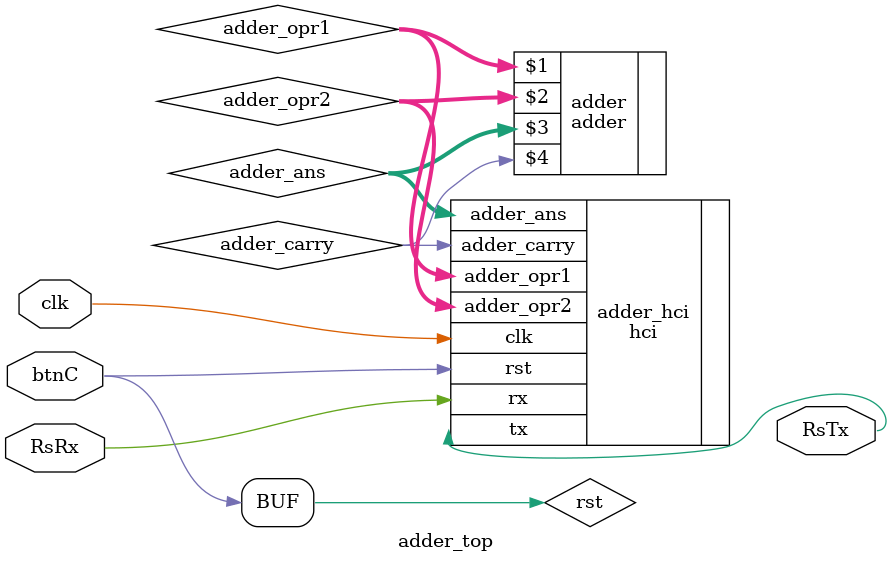
<source format=v>
/* ACM Class System (I) 2018 Fall Assignment 1 */
// top level module for adder

module adder_top
(
    input     clk,      // 100MHz clock signal
    input     btnC,     // reset signal
    input     RsRx,     // RS232 Rx signal
    output    RsTx     // RS232 Tx signal
);

wire rst;
assign rst = btnC;

wire [15:0] adder_opr1, adder_opr2, adder_ans;
wire        adder_carry;

hci adder_hci(
  .clk(clk),
  .rst(rst),
  .rx(RsRx),
  .tx(RsTx),
  .adder_opr1(adder_opr1),
  .adder_opr2(adder_opr2),
  .adder_ans(adder_ans),
  .adder_carry(adder_carry)
);

adder adder(
  adder_opr1,   // first operand
  adder_opr2,   // second operand
  adder_ans,    // result
  adder_carry   // carry bit
);

endmodule
</source>
